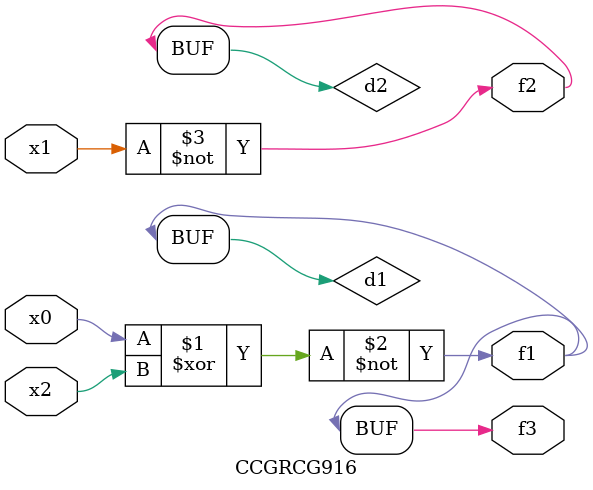
<source format=v>
module CCGRCG916(
	input x0, x1, x2,
	output f1, f2, f3
);

	wire d1, d2, d3;

	xnor (d1, x0, x2);
	nand (d2, x1);
	nor (d3, x1, x2);
	assign f1 = d1;
	assign f2 = d2;
	assign f3 = d1;
endmodule

</source>
